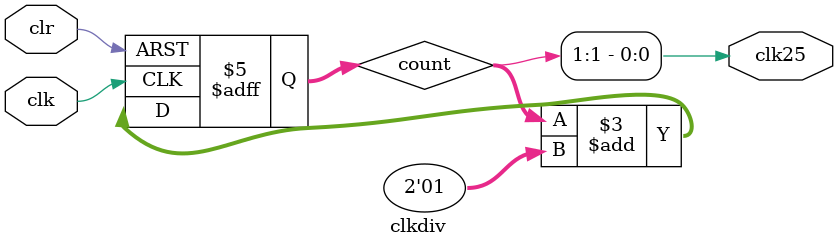
<source format=v>
`timescale 1ns / 1ps

module clkdiv(
	input wire clk, 
	input wire clr, 
	output wire clk25);

	reg [1:0] count;
	
	initial 
		begin
			count <= 0;
		end
	
	always @(posedge clk or posedge clr)
		if (clr == 1'b1) count <= 0;
		else count <= count + 2'b01;
	
	assign clk25 = count[1];
endmodule


</source>
